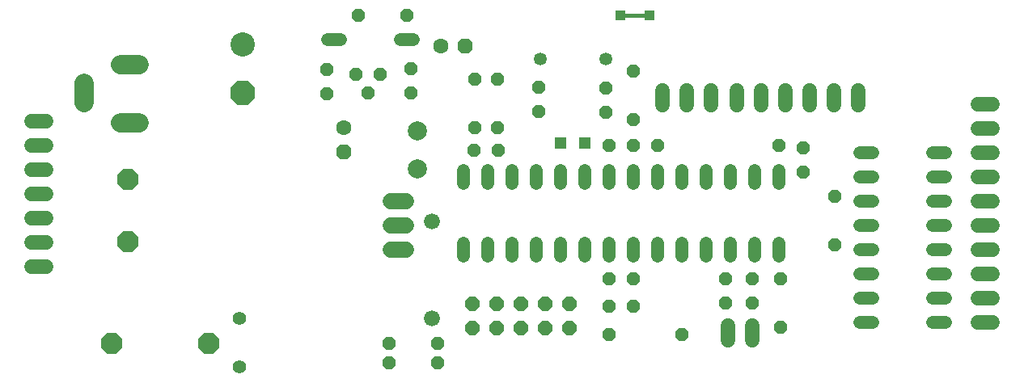
<source format=gtl>
G75*
G70*
%OFA0B0*%
%FSLAX24Y24*%
%IPPOS*%
%LPD*%
%AMOC8*
5,1,8,0,0,1.08239X$1,22.5*
%
%ADD10C,0.0520*%
%ADD11OC8,0.0520*%
%ADD12C,0.0660*%
%ADD13OC8,0.0850*%
%ADD14OC8,0.0630*%
%ADD15C,0.0630*%
%ADD16C,0.0600*%
%ADD17R,0.0515X0.0515*%
%ADD18C,0.0787*%
%ADD19C,0.1000*%
%ADD20OC8,0.1000*%
%ADD21C,0.0787*%
%ADD22C,0.0660*%
%ADD23C,0.0560*%
%ADD24OC8,0.0600*%
%ADD25R,0.0396X0.0396*%
%ADD26C,0.0160*%
%ADD27C,0.0531*%
D10*
X019385Y008010D02*
X019385Y008530D01*
X020385Y008530D02*
X020385Y008010D01*
X021385Y008010D02*
X021385Y008530D01*
X022385Y008530D02*
X022385Y008010D01*
X023385Y008010D02*
X023385Y008530D01*
X024385Y008530D02*
X024385Y008010D01*
X025385Y008010D02*
X025385Y008530D01*
X026385Y008530D02*
X026385Y008010D01*
X027385Y008010D02*
X027385Y008530D01*
X028385Y008530D02*
X028385Y008010D01*
X029385Y008010D02*
X029385Y008530D01*
X030385Y008530D02*
X030385Y008010D01*
X031385Y008010D02*
X031385Y008530D01*
X032385Y008530D02*
X032385Y008010D01*
X035725Y008270D02*
X036245Y008270D01*
X036245Y007270D02*
X035725Y007270D01*
X035725Y006270D02*
X036245Y006270D01*
X036245Y005270D02*
X035725Y005270D01*
X038725Y005270D02*
X039245Y005270D01*
X039245Y006270D02*
X038725Y006270D01*
X038725Y007270D02*
X039245Y007270D01*
X039245Y008270D02*
X038725Y008270D01*
X038725Y009270D02*
X039245Y009270D01*
X039245Y010270D02*
X038725Y010270D01*
X038725Y011270D02*
X039245Y011270D01*
X039245Y012270D02*
X038725Y012270D01*
X036245Y012270D02*
X035725Y012270D01*
X035725Y011270D02*
X036245Y011270D01*
X036245Y010270D02*
X035725Y010270D01*
X035725Y009270D02*
X036245Y009270D01*
X032385Y011010D02*
X032385Y011530D01*
X031385Y011530D02*
X031385Y011010D01*
X030385Y011010D02*
X030385Y011530D01*
X029385Y011530D02*
X029385Y011010D01*
X028385Y011010D02*
X028385Y011530D01*
X027385Y011530D02*
X027385Y011010D01*
X026385Y011010D02*
X026385Y011530D01*
X025385Y011530D02*
X025385Y011010D01*
X024385Y011010D02*
X024385Y011530D01*
X023385Y011530D02*
X023385Y011010D01*
X022385Y011010D02*
X022385Y011530D01*
X021385Y011530D02*
X021385Y011010D01*
X020385Y011010D02*
X020385Y011530D01*
X019385Y011530D02*
X019385Y011010D01*
X017315Y016920D02*
X016795Y016920D01*
X014315Y016920D02*
X013795Y016920D01*
D11*
X013750Y015713D03*
X014961Y015482D03*
X015961Y015482D03*
X017229Y015715D03*
X017229Y014715D03*
X015461Y014732D03*
X013750Y014713D03*
X019862Y015290D03*
X020774Y015290D03*
X022485Y014970D03*
X022485Y013970D03*
X020774Y013290D03*
X019862Y013290D03*
X019814Y012358D03*
X020814Y012358D03*
X025235Y013940D03*
X026385Y013642D03*
X026385Y012570D03*
X027377Y012562D03*
X025385Y012570D03*
X025235Y014940D03*
X026385Y015642D03*
X032377Y012562D03*
X033395Y012465D03*
X033395Y011465D03*
X034675Y010470D03*
X034675Y008470D03*
X032435Y007060D03*
X031285Y007050D03*
X030165Y007050D03*
X030165Y006050D03*
X031285Y006050D03*
X032435Y005060D03*
X028385Y004750D03*
X026385Y005920D03*
X025385Y005920D03*
X025385Y007070D03*
X026385Y007070D03*
X025385Y004750D03*
X018302Y004409D03*
X016302Y004409D03*
X016302Y003597D03*
X018302Y003597D03*
X017035Y017920D03*
X015035Y017920D03*
D12*
X018078Y009423D03*
X018078Y005423D03*
D13*
X004865Y004400D03*
X008865Y004400D03*
X005535Y008590D03*
X005535Y011150D03*
D14*
X014435Y012283D03*
X019442Y016677D03*
D15*
X018442Y016677D03*
X014435Y013283D03*
D16*
X002185Y013570D02*
X001585Y013570D01*
X001585Y012570D02*
X002185Y012570D01*
X002185Y011570D02*
X001585Y011570D01*
X001585Y010570D02*
X002185Y010570D01*
X002185Y009570D02*
X001585Y009570D01*
X001585Y008570D02*
X002185Y008570D01*
X002185Y007570D02*
X001585Y007570D01*
X027585Y014220D02*
X027585Y014820D01*
X028585Y014820D02*
X028585Y014220D01*
X029585Y014220D02*
X029585Y014820D01*
X030635Y014820D02*
X030635Y014220D01*
X031635Y014220D02*
X031635Y014820D01*
X032635Y014820D02*
X032635Y014220D01*
X033635Y014220D02*
X033635Y014820D01*
X034635Y014820D02*
X034635Y014220D01*
X035635Y014220D02*
X035635Y014820D01*
X040585Y014270D02*
X041185Y014270D01*
X041185Y013270D02*
X040585Y013270D01*
X040585Y012270D02*
X041185Y012270D01*
X041185Y011270D02*
X040585Y011270D01*
X040585Y010270D02*
X041185Y010270D01*
X041185Y009270D02*
X040585Y009270D01*
X040585Y008270D02*
X041185Y008270D01*
X041185Y007270D02*
X040585Y007270D01*
X040585Y006270D02*
X041185Y006270D01*
X041185Y005270D02*
X040585Y005270D01*
X031285Y005120D02*
X031285Y004520D01*
X030285Y004520D02*
X030285Y005120D01*
D17*
X024385Y012670D03*
X023385Y012670D03*
D18*
X006029Y013500D02*
X005241Y013500D01*
X003745Y014327D02*
X003745Y015114D01*
X005241Y015901D02*
X006029Y015901D01*
D19*
X010267Y016737D03*
D20*
X010267Y014737D03*
D21*
X017465Y013158D03*
X017465Y011583D03*
D22*
X017025Y010270D02*
X016365Y010270D01*
X016365Y009270D02*
X017025Y009270D01*
X017025Y008270D02*
X016365Y008270D01*
D23*
X010135Y005420D03*
X010135Y003420D03*
D24*
X019735Y005020D03*
X020735Y005020D03*
X021735Y005020D03*
X022735Y005020D03*
X023735Y005020D03*
X023735Y006020D03*
X022735Y006020D03*
X021735Y006020D03*
X020735Y006020D03*
X019735Y006020D03*
D25*
X025835Y017920D03*
X027035Y017920D03*
D26*
X025835Y017920D01*
D27*
X025235Y016120D03*
X022535Y016120D03*
M02*

</source>
